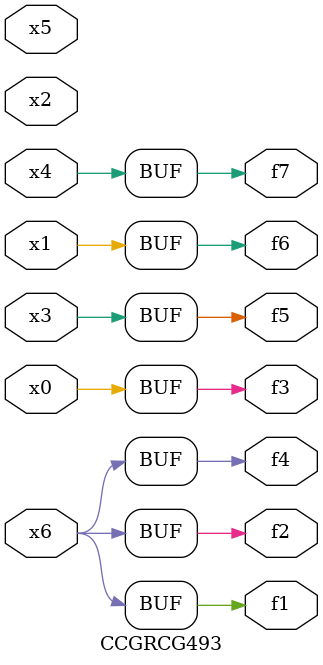
<source format=v>
module CCGRCG493(
	input x0, x1, x2, x3, x4, x5, x6,
	output f1, f2, f3, f4, f5, f6, f7
);
	assign f1 = x6;
	assign f2 = x6;
	assign f3 = x0;
	assign f4 = x6;
	assign f5 = x3;
	assign f6 = x1;
	assign f7 = x4;
endmodule

</source>
